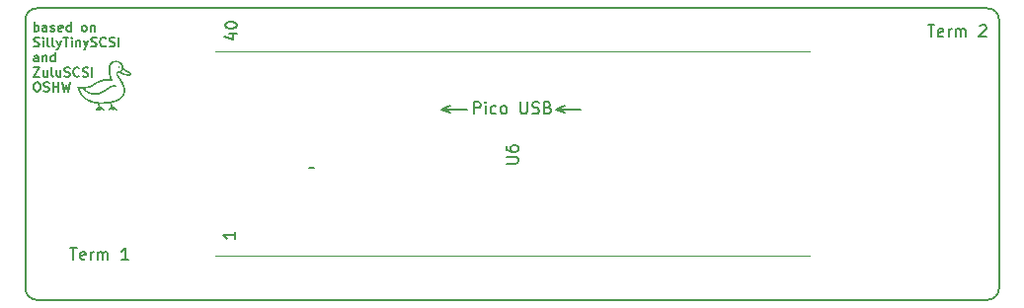
<source format=gto>
%TF.GenerationSoftware,KiCad,Pcbnew,7.0.9*%
%TF.CreationDate,2024-01-13T12:33:37-06:00*%
%TF.ProjectId,SillyTinySCSI,53696c6c-7954-4696-9e79-534353492e6b,V2.0*%
%TF.SameCoordinates,Original*%
%TF.FileFunction,Legend,Top*%
%TF.FilePolarity,Positive*%
%FSLAX46Y46*%
G04 Gerber Fmt 4.6, Leading zero omitted, Abs format (unit mm)*
G04 Created by KiCad (PCBNEW 7.0.9) date 2024-01-13 12:33:37*
%MOMM*%
%LPD*%
G01*
G04 APERTURE LIST*
%ADD10C,0.150000*%
%ADD11C,0.200000*%
%ADD12C,0.153000*%
%TA.AperFunction,Profile*%
%ADD13C,0.150000*%
%TD*%
%ADD14C,0.100000*%
G04 APERTURE END LIST*
D10*
X117770000Y-63960000D02*
X117300000Y-63960000D01*
X140612540Y-58900000D02*
X138500000Y-58900000D01*
X130839621Y-58897454D02*
X128727081Y-58897454D01*
X93779160Y-52242295D02*
X93779160Y-51442295D01*
X93779160Y-51747057D02*
X93855350Y-51708961D01*
X93855350Y-51708961D02*
X94007731Y-51708961D01*
X94007731Y-51708961D02*
X94083922Y-51747057D01*
X94083922Y-51747057D02*
X94122017Y-51785152D01*
X94122017Y-51785152D02*
X94160112Y-51861342D01*
X94160112Y-51861342D02*
X94160112Y-52089914D01*
X94160112Y-52089914D02*
X94122017Y-52166104D01*
X94122017Y-52166104D02*
X94083922Y-52204200D01*
X94083922Y-52204200D02*
X94007731Y-52242295D01*
X94007731Y-52242295D02*
X93855350Y-52242295D01*
X93855350Y-52242295D02*
X93779160Y-52204200D01*
X94845827Y-52242295D02*
X94845827Y-51823247D01*
X94845827Y-51823247D02*
X94807732Y-51747057D01*
X94807732Y-51747057D02*
X94731541Y-51708961D01*
X94731541Y-51708961D02*
X94579160Y-51708961D01*
X94579160Y-51708961D02*
X94502970Y-51747057D01*
X94845827Y-52204200D02*
X94769636Y-52242295D01*
X94769636Y-52242295D02*
X94579160Y-52242295D01*
X94579160Y-52242295D02*
X94502970Y-52204200D01*
X94502970Y-52204200D02*
X94464874Y-52128009D01*
X94464874Y-52128009D02*
X94464874Y-52051819D01*
X94464874Y-52051819D02*
X94502970Y-51975628D01*
X94502970Y-51975628D02*
X94579160Y-51937533D01*
X94579160Y-51937533D02*
X94769636Y-51937533D01*
X94769636Y-51937533D02*
X94845827Y-51899438D01*
X95188684Y-52204200D02*
X95264875Y-52242295D01*
X95264875Y-52242295D02*
X95417256Y-52242295D01*
X95417256Y-52242295D02*
X95493446Y-52204200D01*
X95493446Y-52204200D02*
X95531542Y-52128009D01*
X95531542Y-52128009D02*
X95531542Y-52089914D01*
X95531542Y-52089914D02*
X95493446Y-52013723D01*
X95493446Y-52013723D02*
X95417256Y-51975628D01*
X95417256Y-51975628D02*
X95302970Y-51975628D01*
X95302970Y-51975628D02*
X95226780Y-51937533D01*
X95226780Y-51937533D02*
X95188684Y-51861342D01*
X95188684Y-51861342D02*
X95188684Y-51823247D01*
X95188684Y-51823247D02*
X95226780Y-51747057D01*
X95226780Y-51747057D02*
X95302970Y-51708961D01*
X95302970Y-51708961D02*
X95417256Y-51708961D01*
X95417256Y-51708961D02*
X95493446Y-51747057D01*
X96179161Y-52204200D02*
X96102970Y-52242295D01*
X96102970Y-52242295D02*
X95950589Y-52242295D01*
X95950589Y-52242295D02*
X95874399Y-52204200D01*
X95874399Y-52204200D02*
X95836303Y-52128009D01*
X95836303Y-52128009D02*
X95836303Y-51823247D01*
X95836303Y-51823247D02*
X95874399Y-51747057D01*
X95874399Y-51747057D02*
X95950589Y-51708961D01*
X95950589Y-51708961D02*
X96102970Y-51708961D01*
X96102970Y-51708961D02*
X96179161Y-51747057D01*
X96179161Y-51747057D02*
X96217256Y-51823247D01*
X96217256Y-51823247D02*
X96217256Y-51899438D01*
X96217256Y-51899438D02*
X95836303Y-51975628D01*
X96902970Y-52242295D02*
X96902970Y-51442295D01*
X96902970Y-52204200D02*
X96826779Y-52242295D01*
X96826779Y-52242295D02*
X96674398Y-52242295D01*
X96674398Y-52242295D02*
X96598208Y-52204200D01*
X96598208Y-52204200D02*
X96560113Y-52166104D01*
X96560113Y-52166104D02*
X96522017Y-52089914D01*
X96522017Y-52089914D02*
X96522017Y-51861342D01*
X96522017Y-51861342D02*
X96560113Y-51785152D01*
X96560113Y-51785152D02*
X96598208Y-51747057D01*
X96598208Y-51747057D02*
X96674398Y-51708961D01*
X96674398Y-51708961D02*
X96826779Y-51708961D01*
X96826779Y-51708961D02*
X96902970Y-51747057D01*
X98007732Y-52242295D02*
X97931542Y-52204200D01*
X97931542Y-52204200D02*
X97893447Y-52166104D01*
X97893447Y-52166104D02*
X97855351Y-52089914D01*
X97855351Y-52089914D02*
X97855351Y-51861342D01*
X97855351Y-51861342D02*
X97893447Y-51785152D01*
X97893447Y-51785152D02*
X97931542Y-51747057D01*
X97931542Y-51747057D02*
X98007732Y-51708961D01*
X98007732Y-51708961D02*
X98122018Y-51708961D01*
X98122018Y-51708961D02*
X98198209Y-51747057D01*
X98198209Y-51747057D02*
X98236304Y-51785152D01*
X98236304Y-51785152D02*
X98274399Y-51861342D01*
X98274399Y-51861342D02*
X98274399Y-52089914D01*
X98274399Y-52089914D02*
X98236304Y-52166104D01*
X98236304Y-52166104D02*
X98198209Y-52204200D01*
X98198209Y-52204200D02*
X98122018Y-52242295D01*
X98122018Y-52242295D02*
X98007732Y-52242295D01*
X98617257Y-51708961D02*
X98617257Y-52242295D01*
X98617257Y-51785152D02*
X98655352Y-51747057D01*
X98655352Y-51747057D02*
X98731542Y-51708961D01*
X98731542Y-51708961D02*
X98845828Y-51708961D01*
X98845828Y-51708961D02*
X98922019Y-51747057D01*
X98922019Y-51747057D02*
X98960114Y-51823247D01*
X98960114Y-51823247D02*
X98960114Y-52242295D01*
X93741064Y-53492200D02*
X93855350Y-53530295D01*
X93855350Y-53530295D02*
X94045826Y-53530295D01*
X94045826Y-53530295D02*
X94122017Y-53492200D01*
X94122017Y-53492200D02*
X94160112Y-53454104D01*
X94160112Y-53454104D02*
X94198207Y-53377914D01*
X94198207Y-53377914D02*
X94198207Y-53301723D01*
X94198207Y-53301723D02*
X94160112Y-53225533D01*
X94160112Y-53225533D02*
X94122017Y-53187438D01*
X94122017Y-53187438D02*
X94045826Y-53149342D01*
X94045826Y-53149342D02*
X93893445Y-53111247D01*
X93893445Y-53111247D02*
X93817255Y-53073152D01*
X93817255Y-53073152D02*
X93779160Y-53035057D01*
X93779160Y-53035057D02*
X93741064Y-52958866D01*
X93741064Y-52958866D02*
X93741064Y-52882676D01*
X93741064Y-52882676D02*
X93779160Y-52806485D01*
X93779160Y-52806485D02*
X93817255Y-52768390D01*
X93817255Y-52768390D02*
X93893445Y-52730295D01*
X93893445Y-52730295D02*
X94083922Y-52730295D01*
X94083922Y-52730295D02*
X94198207Y-52768390D01*
X94541065Y-53530295D02*
X94541065Y-52996961D01*
X94541065Y-52730295D02*
X94502969Y-52768390D01*
X94502969Y-52768390D02*
X94541065Y-52806485D01*
X94541065Y-52806485D02*
X94579160Y-52768390D01*
X94579160Y-52768390D02*
X94541065Y-52730295D01*
X94541065Y-52730295D02*
X94541065Y-52806485D01*
X95036302Y-53530295D02*
X94960112Y-53492200D01*
X94960112Y-53492200D02*
X94922017Y-53416009D01*
X94922017Y-53416009D02*
X94922017Y-52730295D01*
X95455350Y-53530295D02*
X95379160Y-53492200D01*
X95379160Y-53492200D02*
X95341065Y-53416009D01*
X95341065Y-53416009D02*
X95341065Y-52730295D01*
X95683922Y-52996961D02*
X95874398Y-53530295D01*
X96064875Y-52996961D02*
X95874398Y-53530295D01*
X95874398Y-53530295D02*
X95798208Y-53720771D01*
X95798208Y-53720771D02*
X95760113Y-53758866D01*
X95760113Y-53758866D02*
X95683922Y-53796961D01*
X96255351Y-52730295D02*
X96712494Y-52730295D01*
X96483922Y-53530295D02*
X96483922Y-52730295D01*
X96979161Y-53530295D02*
X96979161Y-52996961D01*
X96979161Y-52730295D02*
X96941065Y-52768390D01*
X96941065Y-52768390D02*
X96979161Y-52806485D01*
X96979161Y-52806485D02*
X97017256Y-52768390D01*
X97017256Y-52768390D02*
X96979161Y-52730295D01*
X96979161Y-52730295D02*
X96979161Y-52806485D01*
X97360113Y-52996961D02*
X97360113Y-53530295D01*
X97360113Y-53073152D02*
X97398208Y-53035057D01*
X97398208Y-53035057D02*
X97474398Y-52996961D01*
X97474398Y-52996961D02*
X97588684Y-52996961D01*
X97588684Y-52996961D02*
X97664875Y-53035057D01*
X97664875Y-53035057D02*
X97702970Y-53111247D01*
X97702970Y-53111247D02*
X97702970Y-53530295D01*
X98007732Y-52996961D02*
X98198208Y-53530295D01*
X98388685Y-52996961D02*
X98198208Y-53530295D01*
X98198208Y-53530295D02*
X98122018Y-53720771D01*
X98122018Y-53720771D02*
X98083923Y-53758866D01*
X98083923Y-53758866D02*
X98007732Y-53796961D01*
X98655351Y-53492200D02*
X98769637Y-53530295D01*
X98769637Y-53530295D02*
X98960113Y-53530295D01*
X98960113Y-53530295D02*
X99036304Y-53492200D01*
X99036304Y-53492200D02*
X99074399Y-53454104D01*
X99074399Y-53454104D02*
X99112494Y-53377914D01*
X99112494Y-53377914D02*
X99112494Y-53301723D01*
X99112494Y-53301723D02*
X99074399Y-53225533D01*
X99074399Y-53225533D02*
X99036304Y-53187438D01*
X99036304Y-53187438D02*
X98960113Y-53149342D01*
X98960113Y-53149342D02*
X98807732Y-53111247D01*
X98807732Y-53111247D02*
X98731542Y-53073152D01*
X98731542Y-53073152D02*
X98693447Y-53035057D01*
X98693447Y-53035057D02*
X98655351Y-52958866D01*
X98655351Y-52958866D02*
X98655351Y-52882676D01*
X98655351Y-52882676D02*
X98693447Y-52806485D01*
X98693447Y-52806485D02*
X98731542Y-52768390D01*
X98731542Y-52768390D02*
X98807732Y-52730295D01*
X98807732Y-52730295D02*
X98998209Y-52730295D01*
X98998209Y-52730295D02*
X99112494Y-52768390D01*
X99912495Y-53454104D02*
X99874399Y-53492200D01*
X99874399Y-53492200D02*
X99760114Y-53530295D01*
X99760114Y-53530295D02*
X99683923Y-53530295D01*
X99683923Y-53530295D02*
X99569637Y-53492200D01*
X99569637Y-53492200D02*
X99493447Y-53416009D01*
X99493447Y-53416009D02*
X99455352Y-53339819D01*
X99455352Y-53339819D02*
X99417256Y-53187438D01*
X99417256Y-53187438D02*
X99417256Y-53073152D01*
X99417256Y-53073152D02*
X99455352Y-52920771D01*
X99455352Y-52920771D02*
X99493447Y-52844580D01*
X99493447Y-52844580D02*
X99569637Y-52768390D01*
X99569637Y-52768390D02*
X99683923Y-52730295D01*
X99683923Y-52730295D02*
X99760114Y-52730295D01*
X99760114Y-52730295D02*
X99874399Y-52768390D01*
X99874399Y-52768390D02*
X99912495Y-52806485D01*
X100217256Y-53492200D02*
X100331542Y-53530295D01*
X100331542Y-53530295D02*
X100522018Y-53530295D01*
X100522018Y-53530295D02*
X100598209Y-53492200D01*
X100598209Y-53492200D02*
X100636304Y-53454104D01*
X100636304Y-53454104D02*
X100674399Y-53377914D01*
X100674399Y-53377914D02*
X100674399Y-53301723D01*
X100674399Y-53301723D02*
X100636304Y-53225533D01*
X100636304Y-53225533D02*
X100598209Y-53187438D01*
X100598209Y-53187438D02*
X100522018Y-53149342D01*
X100522018Y-53149342D02*
X100369637Y-53111247D01*
X100369637Y-53111247D02*
X100293447Y-53073152D01*
X100293447Y-53073152D02*
X100255352Y-53035057D01*
X100255352Y-53035057D02*
X100217256Y-52958866D01*
X100217256Y-52958866D02*
X100217256Y-52882676D01*
X100217256Y-52882676D02*
X100255352Y-52806485D01*
X100255352Y-52806485D02*
X100293447Y-52768390D01*
X100293447Y-52768390D02*
X100369637Y-52730295D01*
X100369637Y-52730295D02*
X100560114Y-52730295D01*
X100560114Y-52730295D02*
X100674399Y-52768390D01*
X101017257Y-53530295D02*
X101017257Y-52730295D01*
X94122017Y-54818295D02*
X94122017Y-54399247D01*
X94122017Y-54399247D02*
X94083922Y-54323057D01*
X94083922Y-54323057D02*
X94007731Y-54284961D01*
X94007731Y-54284961D02*
X93855350Y-54284961D01*
X93855350Y-54284961D02*
X93779160Y-54323057D01*
X94122017Y-54780200D02*
X94045826Y-54818295D01*
X94045826Y-54818295D02*
X93855350Y-54818295D01*
X93855350Y-54818295D02*
X93779160Y-54780200D01*
X93779160Y-54780200D02*
X93741064Y-54704009D01*
X93741064Y-54704009D02*
X93741064Y-54627819D01*
X93741064Y-54627819D02*
X93779160Y-54551628D01*
X93779160Y-54551628D02*
X93855350Y-54513533D01*
X93855350Y-54513533D02*
X94045826Y-54513533D01*
X94045826Y-54513533D02*
X94122017Y-54475438D01*
X94502970Y-54284961D02*
X94502970Y-54818295D01*
X94502970Y-54361152D02*
X94541065Y-54323057D01*
X94541065Y-54323057D02*
X94617255Y-54284961D01*
X94617255Y-54284961D02*
X94731541Y-54284961D01*
X94731541Y-54284961D02*
X94807732Y-54323057D01*
X94807732Y-54323057D02*
X94845827Y-54399247D01*
X94845827Y-54399247D02*
X94845827Y-54818295D01*
X95569637Y-54818295D02*
X95569637Y-54018295D01*
X95569637Y-54780200D02*
X95493446Y-54818295D01*
X95493446Y-54818295D02*
X95341065Y-54818295D01*
X95341065Y-54818295D02*
X95264875Y-54780200D01*
X95264875Y-54780200D02*
X95226780Y-54742104D01*
X95226780Y-54742104D02*
X95188684Y-54665914D01*
X95188684Y-54665914D02*
X95188684Y-54437342D01*
X95188684Y-54437342D02*
X95226780Y-54361152D01*
X95226780Y-54361152D02*
X95264875Y-54323057D01*
X95264875Y-54323057D02*
X95341065Y-54284961D01*
X95341065Y-54284961D02*
X95493446Y-54284961D01*
X95493446Y-54284961D02*
X95569637Y-54323057D01*
X93702969Y-55306295D02*
X94236303Y-55306295D01*
X94236303Y-55306295D02*
X93702969Y-56106295D01*
X93702969Y-56106295D02*
X94236303Y-56106295D01*
X94883922Y-55572961D02*
X94883922Y-56106295D01*
X94541065Y-55572961D02*
X94541065Y-55992009D01*
X94541065Y-55992009D02*
X94579160Y-56068200D01*
X94579160Y-56068200D02*
X94655350Y-56106295D01*
X94655350Y-56106295D02*
X94769636Y-56106295D01*
X94769636Y-56106295D02*
X94845827Y-56068200D01*
X94845827Y-56068200D02*
X94883922Y-56030104D01*
X95379160Y-56106295D02*
X95302970Y-56068200D01*
X95302970Y-56068200D02*
X95264875Y-55992009D01*
X95264875Y-55992009D02*
X95264875Y-55306295D01*
X96026780Y-55572961D02*
X96026780Y-56106295D01*
X95683923Y-55572961D02*
X95683923Y-55992009D01*
X95683923Y-55992009D02*
X95722018Y-56068200D01*
X95722018Y-56068200D02*
X95798208Y-56106295D01*
X95798208Y-56106295D02*
X95912494Y-56106295D01*
X95912494Y-56106295D02*
X95988685Y-56068200D01*
X95988685Y-56068200D02*
X96026780Y-56030104D01*
X96369637Y-56068200D02*
X96483923Y-56106295D01*
X96483923Y-56106295D02*
X96674399Y-56106295D01*
X96674399Y-56106295D02*
X96750590Y-56068200D01*
X96750590Y-56068200D02*
X96788685Y-56030104D01*
X96788685Y-56030104D02*
X96826780Y-55953914D01*
X96826780Y-55953914D02*
X96826780Y-55877723D01*
X96826780Y-55877723D02*
X96788685Y-55801533D01*
X96788685Y-55801533D02*
X96750590Y-55763438D01*
X96750590Y-55763438D02*
X96674399Y-55725342D01*
X96674399Y-55725342D02*
X96522018Y-55687247D01*
X96522018Y-55687247D02*
X96445828Y-55649152D01*
X96445828Y-55649152D02*
X96407733Y-55611057D01*
X96407733Y-55611057D02*
X96369637Y-55534866D01*
X96369637Y-55534866D02*
X96369637Y-55458676D01*
X96369637Y-55458676D02*
X96407733Y-55382485D01*
X96407733Y-55382485D02*
X96445828Y-55344390D01*
X96445828Y-55344390D02*
X96522018Y-55306295D01*
X96522018Y-55306295D02*
X96712495Y-55306295D01*
X96712495Y-55306295D02*
X96826780Y-55344390D01*
X97626781Y-56030104D02*
X97588685Y-56068200D01*
X97588685Y-56068200D02*
X97474400Y-56106295D01*
X97474400Y-56106295D02*
X97398209Y-56106295D01*
X97398209Y-56106295D02*
X97283923Y-56068200D01*
X97283923Y-56068200D02*
X97207733Y-55992009D01*
X97207733Y-55992009D02*
X97169638Y-55915819D01*
X97169638Y-55915819D02*
X97131542Y-55763438D01*
X97131542Y-55763438D02*
X97131542Y-55649152D01*
X97131542Y-55649152D02*
X97169638Y-55496771D01*
X97169638Y-55496771D02*
X97207733Y-55420580D01*
X97207733Y-55420580D02*
X97283923Y-55344390D01*
X97283923Y-55344390D02*
X97398209Y-55306295D01*
X97398209Y-55306295D02*
X97474400Y-55306295D01*
X97474400Y-55306295D02*
X97588685Y-55344390D01*
X97588685Y-55344390D02*
X97626781Y-55382485D01*
X97931542Y-56068200D02*
X98045828Y-56106295D01*
X98045828Y-56106295D02*
X98236304Y-56106295D01*
X98236304Y-56106295D02*
X98312495Y-56068200D01*
X98312495Y-56068200D02*
X98350590Y-56030104D01*
X98350590Y-56030104D02*
X98388685Y-55953914D01*
X98388685Y-55953914D02*
X98388685Y-55877723D01*
X98388685Y-55877723D02*
X98350590Y-55801533D01*
X98350590Y-55801533D02*
X98312495Y-55763438D01*
X98312495Y-55763438D02*
X98236304Y-55725342D01*
X98236304Y-55725342D02*
X98083923Y-55687247D01*
X98083923Y-55687247D02*
X98007733Y-55649152D01*
X98007733Y-55649152D02*
X97969638Y-55611057D01*
X97969638Y-55611057D02*
X97931542Y-55534866D01*
X97931542Y-55534866D02*
X97931542Y-55458676D01*
X97931542Y-55458676D02*
X97969638Y-55382485D01*
X97969638Y-55382485D02*
X98007733Y-55344390D01*
X98007733Y-55344390D02*
X98083923Y-55306295D01*
X98083923Y-55306295D02*
X98274400Y-55306295D01*
X98274400Y-55306295D02*
X98388685Y-55344390D01*
X98731543Y-56106295D02*
X98731543Y-55306295D01*
X93931541Y-56594295D02*
X94083922Y-56594295D01*
X94083922Y-56594295D02*
X94160112Y-56632390D01*
X94160112Y-56632390D02*
X94236303Y-56708580D01*
X94236303Y-56708580D02*
X94274398Y-56860961D01*
X94274398Y-56860961D02*
X94274398Y-57127628D01*
X94274398Y-57127628D02*
X94236303Y-57280009D01*
X94236303Y-57280009D02*
X94160112Y-57356200D01*
X94160112Y-57356200D02*
X94083922Y-57394295D01*
X94083922Y-57394295D02*
X93931541Y-57394295D01*
X93931541Y-57394295D02*
X93855350Y-57356200D01*
X93855350Y-57356200D02*
X93779160Y-57280009D01*
X93779160Y-57280009D02*
X93741064Y-57127628D01*
X93741064Y-57127628D02*
X93741064Y-56860961D01*
X93741064Y-56860961D02*
X93779160Y-56708580D01*
X93779160Y-56708580D02*
X93855350Y-56632390D01*
X93855350Y-56632390D02*
X93931541Y-56594295D01*
X94579159Y-57356200D02*
X94693445Y-57394295D01*
X94693445Y-57394295D02*
X94883921Y-57394295D01*
X94883921Y-57394295D02*
X94960112Y-57356200D01*
X94960112Y-57356200D02*
X94998207Y-57318104D01*
X94998207Y-57318104D02*
X95036302Y-57241914D01*
X95036302Y-57241914D02*
X95036302Y-57165723D01*
X95036302Y-57165723D02*
X94998207Y-57089533D01*
X94998207Y-57089533D02*
X94960112Y-57051438D01*
X94960112Y-57051438D02*
X94883921Y-57013342D01*
X94883921Y-57013342D02*
X94731540Y-56975247D01*
X94731540Y-56975247D02*
X94655350Y-56937152D01*
X94655350Y-56937152D02*
X94617255Y-56899057D01*
X94617255Y-56899057D02*
X94579159Y-56822866D01*
X94579159Y-56822866D02*
X94579159Y-56746676D01*
X94579159Y-56746676D02*
X94617255Y-56670485D01*
X94617255Y-56670485D02*
X94655350Y-56632390D01*
X94655350Y-56632390D02*
X94731540Y-56594295D01*
X94731540Y-56594295D02*
X94922017Y-56594295D01*
X94922017Y-56594295D02*
X95036302Y-56632390D01*
X95379160Y-57394295D02*
X95379160Y-56594295D01*
X95379160Y-56975247D02*
X95836303Y-56975247D01*
X95836303Y-57394295D02*
X95836303Y-56594295D01*
X96141064Y-56594295D02*
X96331540Y-57394295D01*
X96331540Y-57394295D02*
X96483921Y-56822866D01*
X96483921Y-56822866D02*
X96636302Y-57394295D01*
X96636302Y-57394295D02*
X96826779Y-56594295D01*
D11*
X129471199Y-58615147D02*
X128709294Y-58900861D01*
X128709294Y-58900861D02*
X129471199Y-59186575D01*
X131471199Y-59281814D02*
X131471199Y-58281814D01*
X131471199Y-58281814D02*
X131852151Y-58281814D01*
X131852151Y-58281814D02*
X131947389Y-58329433D01*
X131947389Y-58329433D02*
X131995008Y-58377052D01*
X131995008Y-58377052D02*
X132042627Y-58472290D01*
X132042627Y-58472290D02*
X132042627Y-58615147D01*
X132042627Y-58615147D02*
X131995008Y-58710385D01*
X131995008Y-58710385D02*
X131947389Y-58758004D01*
X131947389Y-58758004D02*
X131852151Y-58805623D01*
X131852151Y-58805623D02*
X131471199Y-58805623D01*
X132471199Y-59281814D02*
X132471199Y-58615147D01*
X132471199Y-58281814D02*
X132423580Y-58329433D01*
X132423580Y-58329433D02*
X132471199Y-58377052D01*
X132471199Y-58377052D02*
X132518818Y-58329433D01*
X132518818Y-58329433D02*
X132471199Y-58281814D01*
X132471199Y-58281814D02*
X132471199Y-58377052D01*
X133375960Y-59234195D02*
X133280722Y-59281814D01*
X133280722Y-59281814D02*
X133090246Y-59281814D01*
X133090246Y-59281814D02*
X132995008Y-59234195D01*
X132995008Y-59234195D02*
X132947389Y-59186575D01*
X132947389Y-59186575D02*
X132899770Y-59091337D01*
X132899770Y-59091337D02*
X132899770Y-58805623D01*
X132899770Y-58805623D02*
X132947389Y-58710385D01*
X132947389Y-58710385D02*
X132995008Y-58662766D01*
X132995008Y-58662766D02*
X133090246Y-58615147D01*
X133090246Y-58615147D02*
X133280722Y-58615147D01*
X133280722Y-58615147D02*
X133375960Y-58662766D01*
X133947389Y-59281814D02*
X133852151Y-59234195D01*
X133852151Y-59234195D02*
X133804532Y-59186575D01*
X133804532Y-59186575D02*
X133756913Y-59091337D01*
X133756913Y-59091337D02*
X133756913Y-58805623D01*
X133756913Y-58805623D02*
X133804532Y-58710385D01*
X133804532Y-58710385D02*
X133852151Y-58662766D01*
X133852151Y-58662766D02*
X133947389Y-58615147D01*
X133947389Y-58615147D02*
X134090246Y-58615147D01*
X134090246Y-58615147D02*
X134185484Y-58662766D01*
X134185484Y-58662766D02*
X134233103Y-58710385D01*
X134233103Y-58710385D02*
X134280722Y-58805623D01*
X134280722Y-58805623D02*
X134280722Y-59091337D01*
X134280722Y-59091337D02*
X134233103Y-59186575D01*
X134233103Y-59186575D02*
X134185484Y-59234195D01*
X134185484Y-59234195D02*
X134090246Y-59281814D01*
X134090246Y-59281814D02*
X133947389Y-59281814D01*
X135471199Y-58281814D02*
X135471199Y-59091337D01*
X135471199Y-59091337D02*
X135518818Y-59186575D01*
X135518818Y-59186575D02*
X135566437Y-59234195D01*
X135566437Y-59234195D02*
X135661675Y-59281814D01*
X135661675Y-59281814D02*
X135852151Y-59281814D01*
X135852151Y-59281814D02*
X135947389Y-59234195D01*
X135947389Y-59234195D02*
X135995008Y-59186575D01*
X135995008Y-59186575D02*
X136042627Y-59091337D01*
X136042627Y-59091337D02*
X136042627Y-58281814D01*
X136471199Y-59234195D02*
X136614056Y-59281814D01*
X136614056Y-59281814D02*
X136852151Y-59281814D01*
X136852151Y-59281814D02*
X136947389Y-59234195D01*
X136947389Y-59234195D02*
X136995008Y-59186575D01*
X136995008Y-59186575D02*
X137042627Y-59091337D01*
X137042627Y-59091337D02*
X137042627Y-58996099D01*
X137042627Y-58996099D02*
X136995008Y-58900861D01*
X136995008Y-58900861D02*
X136947389Y-58853242D01*
X136947389Y-58853242D02*
X136852151Y-58805623D01*
X136852151Y-58805623D02*
X136661675Y-58758004D01*
X136661675Y-58758004D02*
X136566437Y-58710385D01*
X136566437Y-58710385D02*
X136518818Y-58662766D01*
X136518818Y-58662766D02*
X136471199Y-58567528D01*
X136471199Y-58567528D02*
X136471199Y-58472290D01*
X136471199Y-58472290D02*
X136518818Y-58377052D01*
X136518818Y-58377052D02*
X136566437Y-58329433D01*
X136566437Y-58329433D02*
X136661675Y-58281814D01*
X136661675Y-58281814D02*
X136899770Y-58281814D01*
X136899770Y-58281814D02*
X137042627Y-58329433D01*
X137804532Y-58758004D02*
X137947389Y-58805623D01*
X137947389Y-58805623D02*
X137995008Y-58853242D01*
X137995008Y-58853242D02*
X138042627Y-58948480D01*
X138042627Y-58948480D02*
X138042627Y-59091337D01*
X138042627Y-59091337D02*
X137995008Y-59186575D01*
X137995008Y-59186575D02*
X137947389Y-59234195D01*
X137947389Y-59234195D02*
X137852151Y-59281814D01*
X137852151Y-59281814D02*
X137471199Y-59281814D01*
X137471199Y-59281814D02*
X137471199Y-58281814D01*
X137471199Y-58281814D02*
X137804532Y-58281814D01*
X137804532Y-58281814D02*
X137899770Y-58329433D01*
X137899770Y-58329433D02*
X137947389Y-58377052D01*
X137947389Y-58377052D02*
X137995008Y-58472290D01*
X137995008Y-58472290D02*
X137995008Y-58567528D01*
X137995008Y-58567528D02*
X137947389Y-58662766D01*
X137947389Y-58662766D02*
X137899770Y-58710385D01*
X137899770Y-58710385D02*
X137804532Y-58758004D01*
X137804532Y-58758004D02*
X137471199Y-58758004D01*
X139233104Y-58615147D02*
X138471199Y-58900861D01*
X138471199Y-58900861D02*
X139233104Y-59186575D01*
D10*
X170393922Y-51679819D02*
X170965350Y-51679819D01*
X170679636Y-52679819D02*
X170679636Y-51679819D01*
X171679636Y-52632200D02*
X171584398Y-52679819D01*
X171584398Y-52679819D02*
X171393922Y-52679819D01*
X171393922Y-52679819D02*
X171298684Y-52632200D01*
X171298684Y-52632200D02*
X171251065Y-52536961D01*
X171251065Y-52536961D02*
X171251065Y-52156009D01*
X171251065Y-52156009D02*
X171298684Y-52060771D01*
X171298684Y-52060771D02*
X171393922Y-52013152D01*
X171393922Y-52013152D02*
X171584398Y-52013152D01*
X171584398Y-52013152D02*
X171679636Y-52060771D01*
X171679636Y-52060771D02*
X171727255Y-52156009D01*
X171727255Y-52156009D02*
X171727255Y-52251247D01*
X171727255Y-52251247D02*
X171251065Y-52346485D01*
X172155827Y-52679819D02*
X172155827Y-52013152D01*
X172155827Y-52203628D02*
X172203446Y-52108390D01*
X172203446Y-52108390D02*
X172251065Y-52060771D01*
X172251065Y-52060771D02*
X172346303Y-52013152D01*
X172346303Y-52013152D02*
X172441541Y-52013152D01*
X172774875Y-52679819D02*
X172774875Y-52013152D01*
X172774875Y-52108390D02*
X172822494Y-52060771D01*
X172822494Y-52060771D02*
X172917732Y-52013152D01*
X172917732Y-52013152D02*
X173060589Y-52013152D01*
X173060589Y-52013152D02*
X173155827Y-52060771D01*
X173155827Y-52060771D02*
X173203446Y-52156009D01*
X173203446Y-52156009D02*
X173203446Y-52679819D01*
X173203446Y-52156009D02*
X173251065Y-52060771D01*
X173251065Y-52060771D02*
X173346303Y-52013152D01*
X173346303Y-52013152D02*
X173489160Y-52013152D01*
X173489160Y-52013152D02*
X173584399Y-52060771D01*
X173584399Y-52060771D02*
X173632018Y-52156009D01*
X173632018Y-52156009D02*
X173632018Y-52679819D01*
X174822494Y-51775057D02*
X174870113Y-51727438D01*
X174870113Y-51727438D02*
X174965351Y-51679819D01*
X174965351Y-51679819D02*
X175203446Y-51679819D01*
X175203446Y-51679819D02*
X175298684Y-51727438D01*
X175298684Y-51727438D02*
X175346303Y-51775057D01*
X175346303Y-51775057D02*
X175393922Y-51870295D01*
X175393922Y-51870295D02*
X175393922Y-51965533D01*
X175393922Y-51965533D02*
X175346303Y-52108390D01*
X175346303Y-52108390D02*
X174774875Y-52679819D01*
X174774875Y-52679819D02*
X175393922Y-52679819D01*
X96833922Y-70809819D02*
X97405350Y-70809819D01*
X97119636Y-71809819D02*
X97119636Y-70809819D01*
X98119636Y-71762200D02*
X98024398Y-71809819D01*
X98024398Y-71809819D02*
X97833922Y-71809819D01*
X97833922Y-71809819D02*
X97738684Y-71762200D01*
X97738684Y-71762200D02*
X97691065Y-71666961D01*
X97691065Y-71666961D02*
X97691065Y-71286009D01*
X97691065Y-71286009D02*
X97738684Y-71190771D01*
X97738684Y-71190771D02*
X97833922Y-71143152D01*
X97833922Y-71143152D02*
X98024398Y-71143152D01*
X98024398Y-71143152D02*
X98119636Y-71190771D01*
X98119636Y-71190771D02*
X98167255Y-71286009D01*
X98167255Y-71286009D02*
X98167255Y-71381247D01*
X98167255Y-71381247D02*
X97691065Y-71476485D01*
X98595827Y-71809819D02*
X98595827Y-71143152D01*
X98595827Y-71333628D02*
X98643446Y-71238390D01*
X98643446Y-71238390D02*
X98691065Y-71190771D01*
X98691065Y-71190771D02*
X98786303Y-71143152D01*
X98786303Y-71143152D02*
X98881541Y-71143152D01*
X99214875Y-71809819D02*
X99214875Y-71143152D01*
X99214875Y-71238390D02*
X99262494Y-71190771D01*
X99262494Y-71190771D02*
X99357732Y-71143152D01*
X99357732Y-71143152D02*
X99500589Y-71143152D01*
X99500589Y-71143152D02*
X99595827Y-71190771D01*
X99595827Y-71190771D02*
X99643446Y-71286009D01*
X99643446Y-71286009D02*
X99643446Y-71809819D01*
X99643446Y-71286009D02*
X99691065Y-71190771D01*
X99691065Y-71190771D02*
X99786303Y-71143152D01*
X99786303Y-71143152D02*
X99929160Y-71143152D01*
X99929160Y-71143152D02*
X100024399Y-71190771D01*
X100024399Y-71190771D02*
X100072018Y-71286009D01*
X100072018Y-71286009D02*
X100072018Y-71809819D01*
X101833922Y-71809819D02*
X101262494Y-71809819D01*
X101548208Y-71809819D02*
X101548208Y-70809819D01*
X101548208Y-70809819D02*
X101452970Y-70952676D01*
X101452970Y-70952676D02*
X101357732Y-71047914D01*
X101357732Y-71047914D02*
X101262494Y-71095533D01*
D12*
X110995833Y-69437438D02*
X110995833Y-70008866D01*
X110995833Y-69723152D02*
X109995833Y-69723152D01*
X109995833Y-69723152D02*
X110138690Y-69818390D01*
X110138690Y-69818390D02*
X110233928Y-69913628D01*
X110233928Y-69913628D02*
X110281547Y-70008866D01*
X110466299Y-52458464D02*
X111132966Y-52458464D01*
X110085347Y-52696559D02*
X110799632Y-52934654D01*
X110799632Y-52934654D02*
X110799632Y-52315607D01*
X110132966Y-51744178D02*
X110132966Y-51648940D01*
X110132966Y-51648940D02*
X110180585Y-51553702D01*
X110180585Y-51553702D02*
X110228204Y-51506083D01*
X110228204Y-51506083D02*
X110323442Y-51458464D01*
X110323442Y-51458464D02*
X110513918Y-51410845D01*
X110513918Y-51410845D02*
X110752013Y-51410845D01*
X110752013Y-51410845D02*
X110942489Y-51458464D01*
X110942489Y-51458464D02*
X111037727Y-51506083D01*
X111037727Y-51506083D02*
X111085347Y-51553702D01*
X111085347Y-51553702D02*
X111132966Y-51648940D01*
X111132966Y-51648940D02*
X111132966Y-51744178D01*
X111132966Y-51744178D02*
X111085347Y-51839416D01*
X111085347Y-51839416D02*
X111037727Y-51887035D01*
X111037727Y-51887035D02*
X110942489Y-51934654D01*
X110942489Y-51934654D02*
X110752013Y-51982273D01*
X110752013Y-51982273D02*
X110513918Y-51982273D01*
X110513918Y-51982273D02*
X110323442Y-51934654D01*
X110323442Y-51934654D02*
X110228204Y-51887035D01*
X110228204Y-51887035D02*
X110180585Y-51839416D01*
X110180585Y-51839416D02*
X110132966Y-51744178D01*
G36*
X101061536Y-55250589D02*
G01*
X101074587Y-55256975D01*
X101085275Y-55267053D01*
X101092539Y-55280531D01*
X101095063Y-55292286D01*
X101094118Y-55309665D01*
X101088165Y-55324495D01*
X101077832Y-55336029D01*
X101063744Y-55343519D01*
X101049856Y-55346119D01*
X101037437Y-55345725D01*
X101026714Y-55343445D01*
X101024783Y-55342676D01*
X101016909Y-55337476D01*
X101008882Y-55329790D01*
X101006781Y-55327238D01*
X101001805Y-55319686D01*
X100999244Y-55312181D01*
X100998365Y-55302160D01*
X100998319Y-55297674D01*
X100998782Y-55286236D01*
X101000670Y-55278176D01*
X101004735Y-55270907D01*
X101006965Y-55267870D01*
X101018839Y-55256537D01*
X101032600Y-55250076D01*
X101047187Y-55248192D01*
X101061536Y-55250589D01*
G37*
G36*
X100830361Y-54740004D02*
G01*
X100893022Y-54748322D01*
X100953526Y-54761860D01*
X101011613Y-54780461D01*
X101067022Y-54803966D01*
X101119496Y-54832219D01*
X101168774Y-54865061D01*
X101214597Y-54902335D01*
X101256706Y-54943884D01*
X101294842Y-54989550D01*
X101328745Y-55039175D01*
X101358155Y-55092602D01*
X101361141Y-55098780D01*
X101380353Y-55142692D01*
X101396139Y-55186391D01*
X101408183Y-55228832D01*
X101416171Y-55268974D01*
X101418726Y-55289740D01*
X101419405Y-55297170D01*
X101420209Y-55303197D01*
X101421618Y-55308558D01*
X101424111Y-55313990D01*
X101428168Y-55320231D01*
X101434269Y-55328019D01*
X101442895Y-55338091D01*
X101454524Y-55351184D01*
X101469637Y-55368035D01*
X101469766Y-55368179D01*
X101521722Y-55422753D01*
X101574915Y-55472003D01*
X101629178Y-55515806D01*
X101684342Y-55554042D01*
X101740240Y-55586591D01*
X101796704Y-55613332D01*
X101826384Y-55624956D01*
X101852331Y-55635223D01*
X101879576Y-55647495D01*
X101907228Y-55661253D01*
X101934399Y-55675979D01*
X101960198Y-55691152D01*
X101983734Y-55706255D01*
X102004119Y-55720767D01*
X102020460Y-55734170D01*
X102030000Y-55743716D01*
X102048617Y-55769143D01*
X102061938Y-55796247D01*
X102070167Y-55824433D01*
X102073512Y-55853104D01*
X102072179Y-55881665D01*
X102066375Y-55909519D01*
X102056307Y-55936070D01*
X102042179Y-55960722D01*
X102024201Y-55982878D01*
X102002577Y-56001944D01*
X101977514Y-56017322D01*
X101949219Y-56028416D01*
X101929808Y-56032940D01*
X101911783Y-56034935D01*
X101888733Y-56035615D01*
X101861473Y-56035043D01*
X101830819Y-56033281D01*
X101797585Y-56030390D01*
X101762588Y-56026432D01*
X101726643Y-56021468D01*
X101690565Y-56015560D01*
X101683873Y-56014356D01*
X101602814Y-55997064D01*
X101519874Y-55974517D01*
X101435629Y-55946934D01*
X101350655Y-55914533D01*
X101265530Y-55877533D01*
X101180829Y-55836152D01*
X101103716Y-55794368D01*
X101056101Y-55767312D01*
X101028710Y-55775094D01*
X101001465Y-55783966D01*
X100979665Y-55793664D01*
X100962774Y-55804506D01*
X100950258Y-55816809D01*
X100944602Y-55825067D01*
X100936319Y-55844991D01*
X100933331Y-55867193D01*
X100935653Y-55891753D01*
X100943300Y-55918750D01*
X100956289Y-55948263D01*
X100974356Y-55979931D01*
X100981434Y-55990699D01*
X100991465Y-56005243D01*
X101003748Y-56022581D01*
X101017579Y-56041732D01*
X101032255Y-56061713D01*
X101047075Y-56081544D01*
X101047373Y-56081939D01*
X101108864Y-56164808D01*
X101165753Y-56244411D01*
X101218239Y-56321082D01*
X101266520Y-56395156D01*
X101310797Y-56466966D01*
X101351266Y-56536846D01*
X101388129Y-56605128D01*
X101421583Y-56672148D01*
X101451829Y-56738239D01*
X101479064Y-56803734D01*
X101481374Y-56809610D01*
X101510144Y-56888964D01*
X101533451Y-56966129D01*
X101551320Y-57041353D01*
X101563772Y-57114882D01*
X101570829Y-57186962D01*
X101572516Y-57257840D01*
X101568853Y-57327761D01*
X101559865Y-57396973D01*
X101545573Y-57465722D01*
X101542712Y-57477019D01*
X101521405Y-57547204D01*
X101494396Y-57615882D01*
X101461843Y-57682827D01*
X101423906Y-57747810D01*
X101380745Y-57810605D01*
X101332518Y-57870985D01*
X101279386Y-57928723D01*
X101221507Y-57983591D01*
X101159042Y-58035364D01*
X101140830Y-58049216D01*
X101072856Y-58096725D01*
X100999766Y-58141675D01*
X100921951Y-58183894D01*
X100839802Y-58223209D01*
X100753707Y-58259447D01*
X100664058Y-58292437D01*
X100571245Y-58322005D01*
X100475657Y-58347979D01*
X100453026Y-58353497D01*
X100438239Y-58357247D01*
X100425799Y-58360825D01*
X100416753Y-58363897D01*
X100412144Y-58366130D01*
X100411772Y-58366665D01*
X100412560Y-58370200D01*
X100414786Y-58378780D01*
X100418249Y-58391678D01*
X100422743Y-58408167D01*
X100428067Y-58427519D01*
X100434016Y-58449009D01*
X100440387Y-58471910D01*
X100446977Y-58495494D01*
X100453582Y-58519035D01*
X100460000Y-58541805D01*
X100466025Y-58563080D01*
X100471456Y-58582130D01*
X100476088Y-58598230D01*
X100479719Y-58610653D01*
X100482145Y-58618672D01*
X100483058Y-58621376D01*
X100487023Y-58624861D01*
X100496477Y-58629936D01*
X100511162Y-58636476D01*
X100530593Y-58644268D01*
X100588235Y-58668713D01*
X100641547Y-58695817D01*
X100690311Y-58725409D01*
X100734307Y-58757319D01*
X100773313Y-58791378D01*
X100807112Y-58827414D01*
X100835482Y-58865258D01*
X100852385Y-58893457D01*
X100865179Y-58919064D01*
X100873867Y-58941112D01*
X100878573Y-58960296D01*
X100879421Y-58977311D01*
X100876536Y-58992853D01*
X100872162Y-59003632D01*
X100860865Y-59020054D01*
X100846007Y-59032273D01*
X100828609Y-59039962D01*
X100809690Y-59042794D01*
X100790272Y-59040439D01*
X100775329Y-59034737D01*
X100767567Y-59029631D01*
X100758999Y-59022290D01*
X100750968Y-59014104D01*
X100744814Y-59006463D01*
X100741881Y-59000756D01*
X100741798Y-59000017D01*
X100740306Y-58994461D01*
X100736296Y-58985156D01*
X100730469Y-58973416D01*
X100723526Y-58960557D01*
X100716169Y-58947893D01*
X100709098Y-58936738D01*
X100704868Y-58930760D01*
X100696466Y-58920526D01*
X100685404Y-58908256D01*
X100673491Y-58895920D01*
X100667689Y-58890257D01*
X100656156Y-58879908D01*
X100642811Y-58868946D01*
X100628484Y-58857941D01*
X100614008Y-58847466D01*
X100600216Y-58838089D01*
X100587939Y-58830381D01*
X100578010Y-58824914D01*
X100571260Y-58822256D01*
X100568784Y-58822452D01*
X100568857Y-58825778D01*
X100570176Y-58833652D01*
X100572506Y-58844808D01*
X100574860Y-58854925D01*
X100581244Y-58883864D01*
X100586231Y-58911870D01*
X100589650Y-58937693D01*
X100591325Y-58960080D01*
X100591327Y-58974026D01*
X100590374Y-58986979D01*
X100588542Y-58996208D01*
X100585198Y-59003984D01*
X100581224Y-59010368D01*
X100573123Y-59019955D01*
X100562734Y-59029191D01*
X100557470Y-59032870D01*
X100548501Y-59037892D01*
X100540511Y-59040636D01*
X100530954Y-59041741D01*
X100521516Y-59041879D01*
X100501170Y-59039811D01*
X100484512Y-59033526D01*
X100470601Y-59022627D01*
X100467200Y-59018848D01*
X100460256Y-59009481D01*
X100455249Y-58999531D01*
X100451620Y-58987406D01*
X100448809Y-58971516D01*
X100447775Y-58963637D01*
X100445060Y-58944951D01*
X100441363Y-58924456D01*
X100436917Y-58903034D01*
X100431954Y-58881567D01*
X100426706Y-58860937D01*
X100421407Y-58842028D01*
X100416288Y-58825721D01*
X100411583Y-58812898D01*
X100407523Y-58804443D01*
X100405054Y-58801506D01*
X100401463Y-58802635D01*
X100394792Y-58807906D01*
X100385594Y-58816689D01*
X100374423Y-58828350D01*
X100361834Y-58842259D01*
X100348379Y-58857782D01*
X100334612Y-58874289D01*
X100321088Y-58891147D01*
X100308359Y-58907723D01*
X100296981Y-58923388D01*
X100292342Y-58930127D01*
X100284381Y-58942395D01*
X100274974Y-58957577D01*
X100265562Y-58973325D01*
X100260570Y-58981964D01*
X100246188Y-59004812D01*
X100232010Y-59022018D01*
X100217532Y-59033896D01*
X100202250Y-59040764D01*
X100185660Y-59042937D01*
X100167257Y-59040731D01*
X100166881Y-59040648D01*
X100151584Y-59034721D01*
X100137077Y-59024678D01*
X100124890Y-59011931D01*
X100116553Y-58997892D01*
X100114707Y-58992488D01*
X100112031Y-58978089D01*
X100112246Y-58964302D01*
X100115639Y-58949800D01*
X100122497Y-58933254D01*
X100131056Y-58916964D01*
X100159761Y-58868932D01*
X100190694Y-58823726D01*
X100224799Y-58780117D01*
X100263022Y-58736876D01*
X100293602Y-58705299D01*
X100342333Y-58656652D01*
X100305645Y-58526132D01*
X100298060Y-58499229D01*
X100290941Y-58474132D01*
X100284458Y-58451427D01*
X100278779Y-58431698D01*
X100274073Y-58415528D01*
X100270508Y-58403503D01*
X100268254Y-58396205D01*
X100267508Y-58394165D01*
X100264199Y-58394125D01*
X100256037Y-58394974D01*
X100244082Y-58396574D01*
X100229394Y-58398792D01*
X100221157Y-58400121D01*
X100130662Y-58413764D01*
X100037831Y-58425196D01*
X99942101Y-58434459D01*
X99842909Y-58441594D01*
X99739692Y-58446642D01*
X99631887Y-58449645D01*
X99527921Y-58450635D01*
X99493017Y-58450700D01*
X99463652Y-58450797D01*
X99439368Y-58450941D01*
X99419702Y-58451145D01*
X99404195Y-58451425D01*
X99392386Y-58451793D01*
X99383815Y-58452265D01*
X99378021Y-58452853D01*
X99374544Y-58453573D01*
X99372923Y-58454439D01*
X99372678Y-58455388D01*
X99373463Y-58459528D01*
X99375099Y-58468700D01*
X99377432Y-58482025D01*
X99380309Y-58498619D01*
X99383575Y-58517600D01*
X99385770Y-58530428D01*
X99390463Y-58557809D01*
X99394291Y-58579843D01*
X99397374Y-58597102D01*
X99399833Y-58610158D01*
X99401788Y-58619584D01*
X99403359Y-58625951D01*
X99404666Y-58629832D01*
X99405829Y-58631798D01*
X99406969Y-58632422D01*
X99407207Y-58632436D01*
X99410917Y-58633671D01*
X99418936Y-58637056D01*
X99430183Y-58642113D01*
X99443574Y-58648363D01*
X99447462Y-58650214D01*
X99507488Y-58682089D01*
X99563533Y-58718411D01*
X99615728Y-58759291D01*
X99664202Y-58804839D01*
X99709086Y-58855164D01*
X99742073Y-58898346D01*
X99754652Y-58916506D01*
X99763788Y-58931174D01*
X99769960Y-58943399D01*
X99773651Y-58954229D01*
X99775339Y-58964712D01*
X99775591Y-58971463D01*
X99772871Y-58991831D01*
X99765139Y-59009560D01*
X99753038Y-59024022D01*
X99737210Y-59034588D01*
X99718297Y-59040630D01*
X99703717Y-59041830D01*
X99690874Y-59041150D01*
X99679879Y-59038908D01*
X99669937Y-59034507D01*
X99660252Y-59027349D01*
X99650029Y-59016834D01*
X99638474Y-59002366D01*
X99624790Y-58983346D01*
X99623493Y-58981484D01*
X99607215Y-58959658D01*
X99587911Y-58936297D01*
X99567043Y-58913022D01*
X99546072Y-58891456D01*
X99526462Y-58873220D01*
X99523895Y-58871013D01*
X99511554Y-58860821D01*
X99498178Y-58850255D01*
X99484691Y-58839993D01*
X99472019Y-58830710D01*
X99461087Y-58823081D01*
X99452821Y-58817784D01*
X99448148Y-58815493D01*
X99447813Y-58815451D01*
X99446326Y-58818083D01*
X99446588Y-58824954D01*
X99446862Y-58826702D01*
X99451712Y-58855415D01*
X99455443Y-58879388D01*
X99458185Y-58899749D01*
X99460068Y-58917627D01*
X99461222Y-58934151D01*
X99461779Y-58950450D01*
X99461858Y-58956462D01*
X99461957Y-58972778D01*
X99461796Y-58984351D01*
X99461172Y-58992439D01*
X99459884Y-58998298D01*
X99457726Y-59003187D01*
X99454497Y-59008363D01*
X99453148Y-59010368D01*
X99445038Y-59019956D01*
X99434644Y-59029192D01*
X99429382Y-59032870D01*
X99420356Y-59037911D01*
X99412268Y-59040672D01*
X99402555Y-59041801D01*
X99393427Y-59041967D01*
X99373096Y-59039824D01*
X99356180Y-59033098D01*
X99341745Y-59021341D01*
X99335803Y-59014279D01*
X99331200Y-59007483D01*
X99327554Y-58999979D01*
X99324617Y-58990754D01*
X99322143Y-58978795D01*
X99319884Y-58963088D01*
X99317593Y-58942621D01*
X99317074Y-58937507D01*
X99315133Y-58920688D01*
X99312456Y-58900804D01*
X99309438Y-58880686D01*
X99307240Y-58867420D01*
X99300664Y-58829789D01*
X99276249Y-58854872D01*
X99262928Y-58868856D01*
X99246470Y-58886617D01*
X99227602Y-58907347D01*
X99207054Y-58930234D01*
X99185555Y-58954469D01*
X99163834Y-58979242D01*
X99149032Y-58996299D01*
X99135236Y-59011607D01*
X99123129Y-59023720D01*
X99113389Y-59031986D01*
X99108853Y-59034885D01*
X99094437Y-59039967D01*
X99077908Y-59042330D01*
X99061875Y-59041771D01*
X99051909Y-59039371D01*
X99033391Y-59029513D01*
X99019099Y-59015645D01*
X99009475Y-58998402D01*
X99004957Y-58978415D01*
X99004662Y-58971466D01*
X99005368Y-58958104D01*
X99007957Y-58946753D01*
X99013138Y-58935742D01*
X99021615Y-58923399D01*
X99028800Y-58914391D01*
X99034659Y-58907415D01*
X99043075Y-58897571D01*
X99053300Y-58885716D01*
X99064588Y-58872706D01*
X99076191Y-58859395D01*
X99087363Y-58846639D01*
X99097356Y-58835295D01*
X99105423Y-58826217D01*
X99110818Y-58820261D01*
X99112558Y-58818451D01*
X99115217Y-58815625D01*
X99120737Y-58809561D01*
X99127987Y-58801503D01*
X99128930Y-58800450D01*
X99149939Y-58777372D01*
X99174125Y-58751584D01*
X99201953Y-58722592D01*
X99224032Y-58699942D01*
X99262256Y-58660939D01*
X99257944Y-58636937D01*
X99256297Y-58627658D01*
X99253808Y-58613492D01*
X99250656Y-58595464D01*
X99247020Y-58574600D01*
X99243078Y-58551924D01*
X99239010Y-58528463D01*
X99238606Y-58526128D01*
X99234776Y-58504114D01*
X99231259Y-58484106D01*
X99228188Y-58466845D01*
X99225695Y-58453068D01*
X99223913Y-58443514D01*
X99222974Y-58438922D01*
X99222879Y-58438624D01*
X99219814Y-58438057D01*
X99211853Y-58436967D01*
X99200063Y-58435490D01*
X99185513Y-58433763D01*
X99178675Y-58432977D01*
X99067598Y-58417787D01*
X98958272Y-58397734D01*
X98851133Y-58372942D01*
X98746617Y-58343533D01*
X98645160Y-58309628D01*
X98547197Y-58271350D01*
X98456392Y-58230384D01*
X98361597Y-58181329D01*
X98270370Y-58127450D01*
X98182710Y-58068745D01*
X98098616Y-58005215D01*
X98018088Y-57936859D01*
X97941125Y-57863676D01*
X97867728Y-57785667D01*
X97813275Y-57721865D01*
X97762815Y-57656808D01*
X97714271Y-57587549D01*
X97668129Y-57514989D01*
X97624874Y-57440028D01*
X97584990Y-57363566D01*
X97548964Y-57286504D01*
X97517280Y-57209740D01*
X97490424Y-57134176D01*
X97489105Y-57129975D01*
X97642714Y-57129975D01*
X97644176Y-57135896D01*
X97647650Y-57145770D01*
X97651511Y-57155837D01*
X97691347Y-57250082D01*
X97736392Y-57341883D01*
X97786394Y-57430810D01*
X97841098Y-57516430D01*
X97900253Y-57598311D01*
X97937927Y-57645646D01*
X97975587Y-57689426D01*
X98017096Y-57734368D01*
X98060938Y-57778938D01*
X98105602Y-57821602D01*
X98149572Y-57860826D01*
X98154095Y-57864688D01*
X98232219Y-57927187D01*
X98314072Y-57985004D01*
X98399603Y-58038119D01*
X98488761Y-58086512D01*
X98581495Y-58130161D01*
X98677755Y-58169047D01*
X98777489Y-58203147D01*
X98880648Y-58232443D01*
X98987179Y-58256912D01*
X99097033Y-58276535D01*
X99199677Y-58290144D01*
X99258855Y-58296171D01*
X99317112Y-58300896D01*
X99375513Y-58304354D01*
X99435124Y-58306580D01*
X99497009Y-58307609D01*
X99562234Y-58307477D01*
X99631863Y-58306218D01*
X99661713Y-58305391D01*
X99788587Y-58300036D01*
X99910342Y-58291781D01*
X100027126Y-58280596D01*
X100139089Y-58266456D01*
X100246378Y-58249332D01*
X100349142Y-58229197D01*
X100447529Y-58206023D01*
X100541689Y-58179784D01*
X100631770Y-58150451D01*
X100717919Y-58117998D01*
X100751777Y-58103938D01*
X100832169Y-58067140D01*
X100907912Y-58027389D01*
X100978912Y-57984773D01*
X101045075Y-57939382D01*
X101106308Y-57891306D01*
X101162516Y-57840633D01*
X101213607Y-57787454D01*
X101259485Y-57731858D01*
X101300059Y-57673934D01*
X101335234Y-57613772D01*
X101364916Y-57551460D01*
X101384746Y-57499828D01*
X101402863Y-57440149D01*
X101416151Y-57380115D01*
X101424580Y-57319478D01*
X101428117Y-57257991D01*
X101426729Y-57195406D01*
X101420384Y-57131475D01*
X101409051Y-57065951D01*
X101392696Y-56998585D01*
X101371289Y-56929131D01*
X101344796Y-56857340D01*
X101313185Y-56782965D01*
X101283379Y-56719786D01*
X101256392Y-56666410D01*
X101228111Y-56613565D01*
X101198193Y-56560711D01*
X101166293Y-56507311D01*
X101132067Y-56452824D01*
X101095169Y-56396713D01*
X101055257Y-56338438D01*
X101011985Y-56277461D01*
X100965009Y-56213243D01*
X100927499Y-56163105D01*
X100905812Y-56134124D01*
X100887469Y-56109031D01*
X100871988Y-56087090D01*
X100858887Y-56067564D01*
X100847685Y-56049720D01*
X100837899Y-56032821D01*
X100829049Y-56016131D01*
X100822458Y-56002729D01*
X100806048Y-55962842D01*
X100795122Y-55923706D01*
X100789629Y-55885621D01*
X100789521Y-55848884D01*
X100794747Y-55813793D01*
X100805257Y-55780646D01*
X100821003Y-55749741D01*
X100841933Y-55721375D01*
X100867998Y-55695846D01*
X100868651Y-55695317D01*
X101224836Y-55695317D01*
X101227411Y-55697080D01*
X101234585Y-55701001D01*
X101245532Y-55706674D01*
X101259425Y-55713694D01*
X101275437Y-55721655D01*
X101292742Y-55730152D01*
X101310514Y-55738780D01*
X101327925Y-55747132D01*
X101344151Y-55754804D01*
X101358363Y-55761390D01*
X101369736Y-55766485D01*
X101371227Y-55767131D01*
X101452072Y-55799631D01*
X101532446Y-55827437D01*
X101611889Y-55850431D01*
X101689945Y-55868495D01*
X101766155Y-55881512D01*
X101840061Y-55889363D01*
X101848886Y-55889961D01*
X101863888Y-55890914D01*
X101877217Y-55891761D01*
X101887448Y-55892411D01*
X101893155Y-55892776D01*
X101893235Y-55892781D01*
X101900666Y-55891928D01*
X101909543Y-55889259D01*
X101910288Y-55888957D01*
X101921002Y-55881538D01*
X101927532Y-55870822D01*
X101929302Y-55858303D01*
X101926438Y-55846920D01*
X101920927Y-55839766D01*
X101910452Y-55830887D01*
X101895670Y-55820654D01*
X101877241Y-55809437D01*
X101855820Y-55797608D01*
X101832068Y-55785539D01*
X101806640Y-55773600D01*
X101780196Y-55762164D01*
X101766379Y-55756584D01*
X101747382Y-55748920D01*
X101727863Y-55740724D01*
X101709512Y-55732725D01*
X101694017Y-55725657D01*
X101686473Y-55722005D01*
X101630783Y-55691365D01*
X101575109Y-55655481D01*
X101520394Y-55615036D01*
X101467579Y-55570714D01*
X101431078Y-55536609D01*
X101418247Y-55524175D01*
X101406925Y-55513421D01*
X101397784Y-55504968D01*
X101391495Y-55499436D01*
X101388732Y-55497445D01*
X101388676Y-55497464D01*
X101386885Y-55500544D01*
X101383147Y-55507607D01*
X101378193Y-55517266D01*
X101376967Y-55519691D01*
X101363540Y-55543732D01*
X101347175Y-55568832D01*
X101328668Y-55594056D01*
X101308817Y-55618469D01*
X101288417Y-55641137D01*
X101268265Y-55661123D01*
X101249159Y-55677492D01*
X101233087Y-55688614D01*
X101227382Y-55692499D01*
X101224844Y-55695232D01*
X101224836Y-55695317D01*
X100868651Y-55695317D01*
X100874617Y-55690484D01*
X100896170Y-55675261D01*
X100919431Y-55662256D01*
X100945729Y-55650829D01*
X100976397Y-55640344D01*
X100983979Y-55638066D01*
X101020374Y-55627057D01*
X101051594Y-55616863D01*
X101078352Y-55607133D01*
X101101358Y-55597514D01*
X101121324Y-55587655D01*
X101138962Y-55577206D01*
X101154983Y-55565814D01*
X101170099Y-55553128D01*
X101185022Y-55538797D01*
X101185076Y-55538743D01*
X101205313Y-55517025D01*
X101221766Y-55496422D01*
X101235825Y-55475015D01*
X101248884Y-55450886D01*
X101248983Y-55450686D01*
X101261019Y-55424104D01*
X101269253Y-55399661D01*
X101274184Y-55375313D01*
X101276311Y-55349015D01*
X101276488Y-55338177D01*
X101274511Y-55301657D01*
X101268293Y-55264808D01*
X101257622Y-55226843D01*
X101242290Y-55186978D01*
X101227624Y-55155398D01*
X101200842Y-55107652D01*
X101169953Y-55064271D01*
X101135015Y-55025297D01*
X101096083Y-54990772D01*
X101053215Y-54960738D01*
X101006466Y-54935238D01*
X100955892Y-54914313D01*
X100901550Y-54898007D01*
X100877419Y-54892504D01*
X100820727Y-54883538D01*
X100765163Y-54880407D01*
X100710846Y-54883088D01*
X100657894Y-54891561D01*
X100606428Y-54905802D01*
X100556564Y-54925792D01*
X100508424Y-54951507D01*
X100489637Y-54963417D01*
X100472320Y-54976139D01*
X100452932Y-54992434D01*
X100432647Y-55011133D01*
X100412640Y-55031068D01*
X100394085Y-55051070D01*
X100378156Y-55069969D01*
X100366316Y-55086157D01*
X100339868Y-55131328D01*
X100317901Y-55179562D01*
X100300270Y-55231264D01*
X100286826Y-55286835D01*
X100280767Y-55321826D01*
X100278845Y-55338777D01*
X100277322Y-55360582D01*
X100276206Y-55386110D01*
X100275504Y-55414228D01*
X100275224Y-55443802D01*
X100275374Y-55473700D01*
X100275962Y-55502789D01*
X100276995Y-55529936D01*
X100278481Y-55554009D01*
X100279127Y-55561695D01*
X100289369Y-55662053D01*
X100301246Y-55756812D01*
X100314800Y-55846156D01*
X100330074Y-55930271D01*
X100347111Y-56009343D01*
X100365955Y-56083556D01*
X100386647Y-56153098D01*
X100409231Y-56218152D01*
X100433751Y-56278905D01*
X100456448Y-56327915D01*
X100463996Y-56343499D01*
X100469161Y-56355095D01*
X100472380Y-56364007D01*
X100474089Y-56371545D01*
X100474725Y-56379014D01*
X100474777Y-56382766D01*
X100473206Y-56400638D01*
X100467908Y-56415561D01*
X100458010Y-56429866D01*
X100456427Y-56431702D01*
X100449168Y-56439254D01*
X100441709Y-56445095D01*
X100433283Y-56449334D01*
X100423123Y-56452084D01*
X100410460Y-56453454D01*
X100394528Y-56453555D01*
X100374559Y-56452498D01*
X100349786Y-56450395D01*
X100336161Y-56449065D01*
X100315684Y-56447438D01*
X100290145Y-56446089D01*
X100260475Y-56445018D01*
X100227606Y-56444225D01*
X100192470Y-56443710D01*
X100155998Y-56443472D01*
X100119121Y-56443511D01*
X100082773Y-56443827D01*
X100047883Y-56444420D01*
X100015384Y-56445289D01*
X99986208Y-56446435D01*
X99961286Y-56447856D01*
X99945236Y-56449172D01*
X99838571Y-56461958D01*
X99735933Y-56479005D01*
X99637066Y-56500372D01*
X99541717Y-56526114D01*
X99449631Y-56556287D01*
X99427695Y-56564304D01*
X99359395Y-56591224D01*
X99294218Y-56619990D01*
X99230831Y-56651287D01*
X99167896Y-56685801D01*
X99104078Y-56724219D01*
X99056527Y-56754884D01*
X99015729Y-56781653D01*
X98978782Y-56805383D01*
X98944736Y-56826633D01*
X98912640Y-56845963D01*
X98881545Y-56863932D01*
X98850501Y-56881099D01*
X98818556Y-56898024D01*
X98784760Y-56915267D01*
X98780181Y-56917561D01*
X98688928Y-56960866D01*
X98598737Y-56998888D01*
X98508599Y-57031975D01*
X98417508Y-57060477D01*
X98324456Y-57084742D01*
X98251602Y-57100605D01*
X98235615Y-57103673D01*
X98216845Y-57107061D01*
X98196308Y-57110607D01*
X98175017Y-57114151D01*
X98153990Y-57117531D01*
X98134240Y-57120584D01*
X98116784Y-57123150D01*
X98102637Y-57125068D01*
X98092814Y-57126174D01*
X98089590Y-57126380D01*
X98088902Y-57127755D01*
X98091942Y-57131894D01*
X98098885Y-57138959D01*
X98109905Y-57149115D01*
X98125178Y-57162524D01*
X98144880Y-57179349D01*
X98161595Y-57193411D01*
X98235110Y-57251689D01*
X98309796Y-57304471D01*
X98385511Y-57351733D01*
X98462110Y-57393448D01*
X98539451Y-57429592D01*
X98617388Y-57460141D01*
X98695780Y-57485068D01*
X98774481Y-57504349D01*
X98853349Y-57517960D01*
X98932239Y-57525875D01*
X99011008Y-57528068D01*
X99089513Y-57524516D01*
X99167610Y-57515193D01*
X99245155Y-57500075D01*
X99322004Y-57479135D01*
X99398015Y-57452350D01*
X99470325Y-57420988D01*
X99502296Y-57405249D01*
X99532621Y-57389064D01*
X99562234Y-57371839D01*
X99592066Y-57352975D01*
X99623050Y-57331875D01*
X99656118Y-57307941D01*
X99692203Y-57280576D01*
X99705040Y-57270606D01*
X99793995Y-57203267D01*
X99881225Y-57141484D01*
X99966928Y-57085131D01*
X100051301Y-57034082D01*
X100134545Y-56988209D01*
X100188255Y-56961051D01*
X100251760Y-56931423D01*
X100311985Y-56906135D01*
X100369573Y-56884987D01*
X100425166Y-56867779D01*
X100479406Y-56854311D01*
X100532937Y-56844382D01*
X100582786Y-56838136D01*
X100607520Y-56836461D01*
X100634087Y-56835932D01*
X100661457Y-56836461D01*
X100688598Y-56837963D01*
X100714480Y-56840349D01*
X100738073Y-56843534D01*
X100758344Y-56847431D01*
X100774264Y-56851953D01*
X100781104Y-56854830D01*
X100797818Y-56866195D01*
X100810185Y-56880587D01*
X100818191Y-56897071D01*
X100821821Y-56914712D01*
X100821064Y-56932573D01*
X100815904Y-56949719D01*
X100806329Y-56965213D01*
X100792325Y-56978121D01*
X100782968Y-56983660D01*
X100768386Y-56989092D01*
X100752494Y-56991095D01*
X100733929Y-56989731D01*
X100717797Y-56986619D01*
X100700326Y-56983647D01*
X100678575Y-56981540D01*
X100654208Y-56980340D01*
X100628889Y-56980087D01*
X100604280Y-56980819D01*
X100582045Y-56982579D01*
X100576785Y-56983219D01*
X100518433Y-56993432D01*
X100457404Y-57008926D01*
X100393787Y-57029658D01*
X100327667Y-57055582D01*
X100259132Y-57086653D01*
X100188268Y-57122827D01*
X100115163Y-57164059D01*
X100039903Y-57210304D01*
X99962575Y-57261518D01*
X99883266Y-57317655D01*
X99802063Y-57378671D01*
X99787723Y-57389801D01*
X99730175Y-57433004D01*
X99674382Y-57471373D01*
X99619425Y-57505447D01*
X99564384Y-57535765D01*
X99508341Y-57562866D01*
X99451868Y-57586701D01*
X99371908Y-57615018D01*
X99290444Y-57637603D01*
X99207743Y-57654460D01*
X99124075Y-57665590D01*
X99039708Y-57670993D01*
X98954910Y-57670673D01*
X98869951Y-57664631D01*
X98785099Y-57652868D01*
X98700622Y-57635387D01*
X98616789Y-57612188D01*
X98533869Y-57583274D01*
X98527624Y-57580848D01*
X98440742Y-57543671D01*
X98355470Y-57500833D01*
X98272093Y-57452522D01*
X98190892Y-57398930D01*
X98112153Y-57340245D01*
X98036156Y-57276659D01*
X97963187Y-57208361D01*
X97945054Y-57190168D01*
X97895025Y-57139263D01*
X97817543Y-57137345D01*
X97793365Y-57136603D01*
X97768253Y-57135577D01*
X97743744Y-57134349D01*
X97721377Y-57133000D01*
X97702687Y-57131609D01*
X97695058Y-57130910D01*
X97678929Y-57129320D01*
X97664664Y-57127970D01*
X97653451Y-57126969D01*
X97646479Y-57126423D01*
X97645031Y-57126355D01*
X97643066Y-57127098D01*
X97642714Y-57129975D01*
X97489105Y-57129975D01*
X97481990Y-57107304D01*
X97474518Y-57081252D01*
X97469440Y-57059880D01*
X97466762Y-57042368D01*
X97466488Y-57027891D01*
X97468624Y-57015626D01*
X97473175Y-57004752D01*
X97480146Y-56994444D01*
X97482719Y-56991329D01*
X97495289Y-56979111D01*
X97509046Y-56971041D01*
X97525001Y-56966844D01*
X97544160Y-56966246D01*
X97565875Y-56968702D01*
X97611526Y-56975713D01*
X97653096Y-56981319D01*
X97692298Y-56985678D01*
X97730842Y-56988951D01*
X97770443Y-56991294D01*
X97812811Y-56992868D01*
X97831569Y-56993332D01*
X97936441Y-56992642D01*
X98040487Y-56986015D01*
X98143716Y-56973450D01*
X98246139Y-56954943D01*
X98347766Y-56930493D01*
X98448608Y-56900097D01*
X98548674Y-56863754D01*
X98647975Y-56821460D01*
X98682136Y-56805450D01*
X98725254Y-56784206D01*
X98766933Y-56762459D01*
X98808256Y-56739585D01*
X98850304Y-56714957D01*
X98894162Y-56687950D01*
X98940912Y-56657939D01*
X98965925Y-56641468D01*
X99007494Y-56614299D01*
X99045694Y-56590240D01*
X99081765Y-56568559D01*
X99116946Y-56548525D01*
X99152478Y-56529406D01*
X99178675Y-56515947D01*
X99274395Y-56470839D01*
X99372386Y-56431015D01*
X99472827Y-56396421D01*
X99575899Y-56367008D01*
X99681782Y-56342725D01*
X99790656Y-56323519D01*
X99902700Y-56309339D01*
X99906233Y-56308979D01*
X99947351Y-56305209D01*
X99988092Y-56302323D01*
X100029708Y-56300272D01*
X100073455Y-56299008D01*
X100120587Y-56298483D01*
X100172358Y-56298650D01*
X100175504Y-56298680D01*
X100200555Y-56298914D01*
X100223610Y-56299109D01*
X100244007Y-56299263D01*
X100261082Y-56299370D01*
X100274174Y-56299427D01*
X100282620Y-56299429D01*
X100285757Y-56299373D01*
X100285763Y-56299369D01*
X100284713Y-56296657D01*
X100282076Y-56290307D01*
X100280835Y-56287368D01*
X100273119Y-56267773D01*
X100264434Y-56243290D01*
X100255074Y-56214894D01*
X100245329Y-56183565D01*
X100235491Y-56150280D01*
X100225852Y-56116016D01*
X100216703Y-56081751D01*
X100208335Y-56048463D01*
X100203506Y-56028045D01*
X100191371Y-55972215D01*
X100180115Y-55914371D01*
X100169809Y-55855184D01*
X100160521Y-55795323D01*
X100152323Y-55735458D01*
X100145282Y-55676258D01*
X100139470Y-55618394D01*
X100134956Y-55562533D01*
X100131810Y-55509347D01*
X100130101Y-55459505D01*
X100129899Y-55413676D01*
X100131274Y-55372530D01*
X100132902Y-55350178D01*
X100141626Y-55282033D01*
X100155089Y-55217245D01*
X100173236Y-55155914D01*
X100196009Y-55098139D01*
X100223351Y-55044020D01*
X100255204Y-54993658D01*
X100291513Y-54947152D01*
X100332220Y-54904603D01*
X100377267Y-54866110D01*
X100426599Y-54831774D01*
X100429571Y-54829924D01*
X100482316Y-54800548D01*
X100536514Y-54776841D01*
X100592450Y-54758724D01*
X100650407Y-54746118D01*
X100710671Y-54738944D01*
X100765800Y-54737063D01*
X100830361Y-54740004D01*
G37*
D13*
X176500000Y-51250000D02*
G75*
G03*
X175499999Y-50250000I-1000000J0D01*
G01*
X93000000Y-51250000D02*
X93000000Y-74250001D01*
X94000000Y-50250000D02*
G75*
G03*
X93000000Y-51250000I0J-1000000D01*
G01*
X176499999Y-74249999D02*
X176500000Y-51250000D01*
X92999999Y-74250001D02*
G75*
G03*
X94000000Y-75250001I1000001J1D01*
G01*
X94000000Y-50250000D02*
X175499999Y-50250000D01*
X175499999Y-75249999D02*
X94000000Y-75250001D01*
X175499999Y-75249999D02*
G75*
G03*
X176499999Y-74249999I1J999999D01*
G01*
D10*
X134254819Y-63561904D02*
X135064342Y-63561904D01*
X135064342Y-63561904D02*
X135159580Y-63514285D01*
X135159580Y-63514285D02*
X135207200Y-63466666D01*
X135207200Y-63466666D02*
X135254819Y-63371428D01*
X135254819Y-63371428D02*
X135254819Y-63180952D01*
X135254819Y-63180952D02*
X135207200Y-63085714D01*
X135207200Y-63085714D02*
X135159580Y-63038095D01*
X135159580Y-63038095D02*
X135064342Y-62990476D01*
X135064342Y-62990476D02*
X134254819Y-62990476D01*
X134254819Y-62085714D02*
X134254819Y-62276190D01*
X134254819Y-62276190D02*
X134302438Y-62371428D01*
X134302438Y-62371428D02*
X134350057Y-62419047D01*
X134350057Y-62419047D02*
X134492914Y-62514285D01*
X134492914Y-62514285D02*
X134683390Y-62561904D01*
X134683390Y-62561904D02*
X135064342Y-62561904D01*
X135064342Y-62561904D02*
X135159580Y-62514285D01*
X135159580Y-62514285D02*
X135207200Y-62466666D01*
X135207200Y-62466666D02*
X135254819Y-62371428D01*
X135254819Y-62371428D02*
X135254819Y-62180952D01*
X135254819Y-62180952D02*
X135207200Y-62085714D01*
X135207200Y-62085714D02*
X135159580Y-62038095D01*
X135159580Y-62038095D02*
X135064342Y-61990476D01*
X135064342Y-61990476D02*
X134826247Y-61990476D01*
X134826247Y-61990476D02*
X134731009Y-62038095D01*
X134731009Y-62038095D02*
X134683390Y-62085714D01*
X134683390Y-62085714D02*
X134635771Y-62180952D01*
X134635771Y-62180952D02*
X134635771Y-62371428D01*
X134635771Y-62371428D02*
X134683390Y-62466666D01*
X134683390Y-62466666D02*
X134731009Y-62514285D01*
X134731009Y-62514285D02*
X134826247Y-62561904D01*
D14*
X109297723Y-71457167D02*
X160297723Y-71457167D01*
X109297723Y-53957167D02*
X160297723Y-53957167D01*
M02*

</source>
